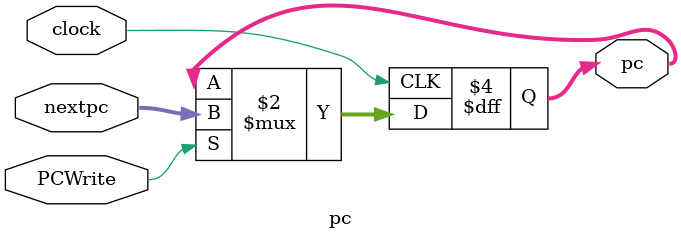
<source format=v>

module pc (clock, nextpc, PCWrite, pc);
    input clock, PCWrite;
    input [31:0] nextpc;
    output reg [31:0] pc;

    always @ (posedge clock) begin
        if (PCWrite) begin
            pc <= nextpc;
            $display ("PC: %d", pc);
        end else begin
            $display ("Skipped writting to PC - nop");
        end
    end

endmodule

</source>
